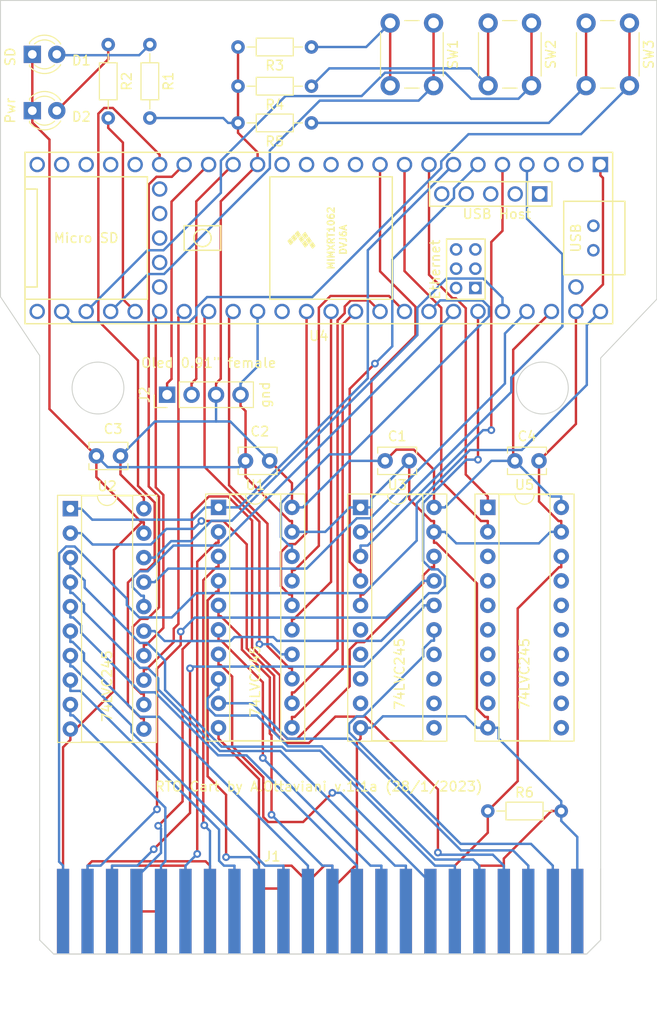
<source format=kicad_pcb>
(kicad_pcb (version 20211014) (generator pcbnew)
  (layers (0 "F.Cu" signal) (31 "B.Cu" signal) (34 "B.Paste" user) (35 "F.Paste" user) (36 "B.SilkS" user "B.Silkscreen") (37 "F.SilkS" user "F.Silkscreen") (38 "B.Mask" user) (39 "F.Mask" user) (44 "Edge.Cuts" user))
  (net 0 "")
  (net 1 "+5V")
  (net 2 "GND")
  (net 4 "~{msync'}")
  (net 6 "d7'")
  (net 8 "d8'")
  (net 9 "Net-(R5-Pad1)")
  (net 10 "d6'")
  (net 11 "~{MSYNC}")
  (net 12 "d9'")
  (net 13 "d5'")
  (net 15 "d10'")
  (net 17 "d4'")
  (net 19 "d11'")
  (net 20 "d3'")
  (net 21 "d12'")
  (net 22 "d13'")
  (net 23 "d2'")
  (net 24 "d14'")
  (net 26 "d1'")
  (net 27 "Net-(J1-Pad32)")
  (net 28 "d0'")
  (net 29 "Net-(J1-Pad34)")
  (net 30 "d15'")
  (net 31 "Net-(J1-Pad36)")
  (net 32 "bdir'")
  (net 33 "bc2'")
  (net 34 "bc1'")
  (net 35 "DIR")
  (net 36 "D7")
  (net 37 "D6")
  (net 38 "D5")
  (net 39 "D4")
  (net 40 "D3")
  (net 41 "D2")
  (net 42 "D1")
  (net 43 "D0")
  (net 44 "D15")
  (net 46 "D14")
  (net 49 "D13")
  (net 50 "D12")
  (net 51 "D11")
  (net 52 "D10")
  (net 53 "D9")
  (net 54 "D8")
  (net 55 "BDIR")
  (net 56 "BC1")
  (net 57 "BC2")
  (net 58 "+3.3V")
  (net 59 "rst'")
  (net 67 "SDA")
  (net 68 "Net-(R4-Pad1)")
  (net 69 "SCL")
  (net 70 "Net-(R3-Pad1)")
  (net 71 "BT3")
  (net 72 "DIR2")
  (net 84 "RST")
  (net 104 "Net-(D1-Pad2)")
  (net 105 "Net-(D2-Pad2)")
  (net 106 "Status")
  (net 107 "BT1")
  (net 108 "BT2")
  (footprint "Resistor_THT:R_Axial_DIN0204_L3.6mm_D1.6mm_P7.62mm_Horizontal" (layer "F.Cu") (at 117.094 106.172 180)
    (fp_text reference "R5")
    (fp_text value "1K")
  )
  (footprint "Resistor_THT:R_Axial_DIN0204_L3.6mm_D1.6mm_P7.62mm_Horizontal" (layer "F.Cu") (at 100.33 98.044 -90)
    (fp_text reference "R1")
    (fp_text value "R220")
  )
  (footprint "Teensy:Teensy41" (layer "F.Cu") (at 117.856 118.11 180)
    (fp_text reference "U4")
    (fp_text value "Teensy4.1")
  )
  (footprint "LED_THT:LED_D3.0mm" (layer "F.Cu") (at 88.138 104.902)
    (fp_text reference "D2")
    (fp_text value "LED")
  )
  (footprint "Button_Switch_THT:SW_PUSH_6mm" (layer "F.Cu") (at 129.758 95.81 -90)
    (fp_text reference "SW1")
    (fp_text value "SW_Push")
  )
  (footprint "Resistor_THT:R_Axial_DIN0204_L3.6mm_D1.6mm_P7.62mm_Horizontal" (layer "F.Cu") (at 117.094 98.298 180)
    (fp_text reference "R3")
    (fp_text value "1K")
  )
  (footprint "Button_Switch_THT:SW_PUSH_6mm" (layer "F.Cu") (at 150.078 95.81 -90)
    (fp_text reference "SW3")
    (fp_text value "SW_Push")
  )
  (footprint "Button_Switch_THT:SW_PUSH_6mm" (layer "F.Cu") (at 139.918 95.81 -90)
    (fp_text reference "SW2")
    (fp_text value "SW_Push")
  )
  (footprint "Connector_PinHeader_2.54mm:PinHeader_1x04_P2.54mm_Vertical" (layer "F.Cu") (at 102.118 134.366 90)
    (fp_text reference "J2")
    (fp_text value "Oled 0.91\" female")
  )
  (footprint "Resistor_THT:R_Axial_DIN0204_L3.6mm_D1.6mm_P7.62mm_Horizontal" (layer "F.Cu") (at 96.012 98.044 -90)
    (fp_text reference "R2")
    (fp_text value "R220")
  )
  (footprint "Capacitor_THT:C_Disc_D3.8mm_W2.6mm_P2.50mm" (layer "F.Cu") (at 138.196 141.224)
    (fp_text reference "C4")
    (fp_text value "100nF")
  )
  (footprint "Capacitor_THT:C_Disc_D3.8mm_W2.6mm_P2.50mm" (layer "F.Cu") (at 112.756 141.224 180)
    (fp_text reference "C2")
    (fp_text value "100nF")
  )
  (footprint "Capacitor_THT:C_Disc_D3.8mm_W2.6mm_P2.50mm" (layer "F.Cu") (at 97.282 140.716 180)
    (fp_text reference "C3")
    (fp_text value "100nF")
  )
  (footprint "Package_DIP:DIP-20_W7.62mm_Socket" (layer "F.Cu") (at 122.184 146.055)
    (fp_text reference "U3")
    (fp_text value "74LVC245")
  )
  (footprint "Package_DIP:DIP-20_W7.62mm_Socket" (layer "F.Cu") (at 92.085 146.182)
    (fp_text reference "U2")
    (fp_text value "74LVC245")
  )
  (footprint "Package_DIP:DIP-20_W7.62mm_Socket" (layer "F.Cu") (at 135.382 146.05)
    (fp_text reference "U5")
    (fp_text value "74LVC245")
  )
  (footprint "Package_DIP:DIP-20_W7.62mm_Socket" (layer "F.Cu") (at 107.452 146.05)
    (fp_text reference "U1")
    (fp_text value "74LVC245")
  )
  (footprint "Resistor_THT:R_Axial_DIN0204_L3.6mm_D1.6mm_P7.62mm_Horizontal" (layer "F.Cu") (at 117.094 102.362 180)
    (fp_text reference "R4")
    (fp_text value "1K")
  )
  (footprint "Capacitor_THT:C_Disc_D3.8mm_W2.6mm_P2.50mm" (layer "F.Cu") (at 124.734 141.224)
    (fp_text reference "C1")
    (fp_text value "100nF")
  )
  (footprint "Evan's misc parts:edge mounted 44 pin card edge connector (2x22 pin)" (layer "F.Cu") (at 88.9 183.54)
    (fp_text reference "J1")
    (fp_text value "2x22 card edge connector")
    (fp_line (start 0 7.39) (end 0 0) (layer "Edge.Cuts") (width 0.12))
    (fp_line (start 0 7.39) (end 1.45 8.84) (layer "Edge.Cuts") (width 0.12))
    (fp_line (start 56.7414 8.84) (end 1.45 8.84) (layer "Edge.Cuts") (width 0.12))
    (fp_line (start 58.1914 7.39) (end 58.1914 0) (layer "Edge.Cuts") (width 0.12))
    (fp_line (start 58.1914 7.39) (end 56.7414 8.84) (layer "Edge.Cuts") (width 0.12))
  )
  (footprint "Resistor_THT:R_Axial_DIN0204_L3.6mm_D1.6mm_P7.62mm_Horizontal" (layer "F.Cu") (at 135.382 177.546)
    (fp_text reference "R6")
    (fp_text value "4K7")
  )
  (footprint "LED_THT:LED_D3.0mm" (layer "F.Cu") (at 88.138 99.06)
    (fp_text reference "D1")
    (fp_text value "LED")
  )
  (gr_line (start 147.0914 183.134) (end 147.0914 130.556) (layer "Edge.Cuts") (width 0.1))
  (gr_circle (center 94.94866 133.67) (end 97.63696 133.67) (layer "Edge.Cuts") (width 0.1) (fill none))
  (gr_line (start 84.836 93.472) (end 84.836 124.206) (layer "Edge.Cuts") (width 0.1))
  (gr_circle (center 141.04274 133.67) (end 143.73104 133.67) (layer "Edge.Cuts") (width 0.1) (fill none))
  (gr_line (start 88.9 183.54) (end 88.9 130.302) (layer "Edge.Cuts") (width 0.1))
  (gr_line (start 147.0914 183.54) (end 147.0914 183.134) (layer "Edge.Cuts") (width 0.1))
  (gr_line (start 147.0914 130.556) (end 152.908 124.46) (layer "Edge.Cuts") (width 0.1))
  (gr_line (start 152.908 93.472) (end 84.836 93.472) (layer "Edge.Cuts") (width 0.1))
  (gr_line (start 152.908 124.46) (end 152.908 93.472) (layer "Edge.Cuts") (width 0.1))
  (gr_line (start 84.836 124.206) (end 88.9 130.302) (layer "Edge.Cuts") (width 0.1))
  (gr_text "gnd" (at 112.268 134.366 90) (layer "F.SilkS") (effects (font (size 1 1))))
  (gr_text "SD" (at 85.852 99.314 90) (layer "F.SilkS") (effects (font (size 1 1))))
  (gr_text "RTO Cart by A.Ottaviani v.1.1a (28/1/2023)" (at 117.856 175.006) (layer "F.SilkS") (effects (font (size 1 1))))
  (gr_text "Pwr" (at 85.852 104.902 90) (layer "F.SilkS") (effects (font (size 1 1))))
  (segment (start 128.0071 145.6226) (end 128.0071 149.4996) (width 0.25) (layer "B.Cu") (net 1))
  (segment (start 128.0071 149.4996) (end 122.5617 154.945) (width 0.25) (layer "B.Cu") (net 1))
  (segment (start 90.9158 150.8313) (end 90.9158 182.805) (width 0.25) (layer "B.Cu") (net 1))
  (segment (start 91.6413 150.1058) (end 90.9158 150.8313) (width 0.25) (layer "B.Cu") (net 1))
  (segment (start 147.066 125.73) (end 145.6512 127.1448) (width 0.25) (layer "B.Cu") (net 1))
  (segment (start 105.1225 154.945) (end 102.6003 157.4672) (width 0.25) (layer "B.Cu") (net 1))
  (segment (start 133.5309 140.0988) (end 128.0071 145.6226) (width 0.25) (layer "B.Cu") (net 1))
  (segment (start 138.9047 140.0988) (end 133.5309 140.0988) (width 0.25) (layer "B.Cu") (net 1))
  (segment (start 97.9434 155.5178) (end 92.5314 150.1058) (width 0.25) (layer "B.Cu") (net 1))
  (segment (start 92.5314 150.1058) (end 91.6413 150.1058) (width 0.25) (layer "B.Cu") (net 1))
  (segment (start 102.6003 157.4672) (end 99.2321 157.4672) (width 0.25) (layer "B.Cu") (net 1))
  (segment (start 145.6512 133.3523) (end 138.9047 140.0988) (width 0.25) (layer "B.Cu") (net 1))
  (segment (start 91.3257 187.96) (end 91.3257 183.2149) (width 0.25) (layer "B.Cu") (net 1))
  (segment (start 90.9158 182.805) (end 91.3257 183.2149) (width 0.25) (layer "B.Cu") (net 1))
  (segment (start 145.6512 127.1448) (end 145.6512 133.3523) (width 0.25) (layer "B.Cu") (net 1))
  (segment (start 122.5617 154.945) (end 105.1225 154.945) (width 0.25) (layer "B.Cu") (net 1))
  (segment (start 99.2321 157.4672) (end 97.9434 156.1785) (width 0.25) (layer "B.Cu") (net 1))
  (segment (start 97.9434 156.1785) (end 97.9434 155.5178) (width 0.25) (layer "B.Cu") (net 1))
  (segment (start 88.138 104.902) (end 88.138 106.1271) (width 0.25) (layer "F.Cu") (net 2))
  (segment (start 143.002 148.59) (end 143.002 147.4649) (width 0.25) (layer "F.Cu") (net 2))
  (segment (start 110.256 141.224) (end 110.256 136.0591) (width 0.25) (layer "F.Cu") (net 2))
  (segment (start 116.7257 184.9148) (end 115.0258 183.2149) (width 0.25) (layer "F.Cu") (net 2))
  (segment (start 127.234 145.1812) (end 127.234 141.224) (width 0.25) (layer "F.Cu") (net 2))
  (segment (start 91.3257 187.96) (end 91.3257 170.9264) (width 0.25) (layer "F.Cu") (net 2))
  (segment (start 118.4256 183.2149) (end 119.2657 183.2149) (width 0.25) (layer "F.Cu") (net 2))
  (segment (start 134.5057 187.96) (end 134.5057 183.2149) (width 0.25) (layer "F.Cu") (net 2))
  (segment (start 111.6457 187.96) (end 111.6457 185.5874) (width 0.25) (layer "F.Cu") (net 2))
  (segment (start 134.5057 183.2149) (end 137.0457 183.2149) (width 0.25) (layer "F.Cu") (net 2))
  (segment (start 116.7257 185.5874) (end 116.7257 184.9148) (width 0.25) (layer "F.Cu") (net 2))
  (segment (start 144.526 125.73) (end 147.3296 122.9264) (width 0.25) (layer "F.Cu") (net 2))
  (segment (start 114.1857 185.5874) (end 114.1857 183.2149) (width 0.25) (layer "F.Cu") (net 2))
  (segment (start 99.4718 147.5969) (end 99.705 147.5969) (width 0.25) (layer "F.Cu") (net 2))
  (segment (start 109.738 134.366) (end 109.738 135.5411) (width 0.25) (layer "F.Cu") (net 2))
  (segment (start 119.2657 185.5874) (end 119.2657 183.2149) (width 0.25) (layer "F.Cu") (net 2))
  (segment (start 121.8057 183.3274) (end 121.8057 170.4184) (width 0.25) (layer "F.Cu") (net 2))
  (segment (start 147.3296 122.9264) (end 147.3296 111.8787) (width 0.25) (layer "F.Cu") (net 2))
  (segment (start 94.782 142.9071) (end 99.4718 147.5969) (width 0.25) (layer "F.Cu") (net 2))
  (segment (start 92.085 169.6045) (end 92.085 170.1671) (width 0.25) (layer "F.Cu") (net 2))
  (segment (start 96.6072 165.0823) (end 96.6072 150.4615) (width 0.25) (layer "F.Cu") (net 2))
  (segment (start 115.0258 183.2149) (end 114.1857 183.2149) (width 0.25) (layer "F.Cu") (net 2))
  (segment (start 94.782 140.716) (end 94.782 142.9071) (width 0.25) (layer "F.Cu") (net 2))
  (segment (start 92.085 169.6045) (end 96.6072 165.0823) (width 0.25) (layer "F.Cu") (net 2))
  (segment (start 92.085 169.042) (end 92.085 169.6045) (width 0.25) (layer "F.Cu") (net 2))
  (segment (start 99.705 148.722) (end 99.705 147.5969) (width 0.25) (layer "F.Cu") (net 2))
  (segment (start 137.0457 182.4772) (end 141.9769 177.546) (width 0.25) (layer "F.Cu") (net 2))
  (segment (start 111.6457 185.5874) (end 114.1857 185.5874) (width 0.25) (layer "F.Cu") (net 2))
  (segment (start 116.7257 187.96) (end 116.7257 186.7737) (width 0.25) (layer "F.Cu") (net 2))
  (segment (start 111.6457 174.2288) (end 111.6457 183.2149) (width 0.25) (layer "F.Cu") (net 2))
  (segment (start 89.916 135.85) (end 94.782 140.716) (width 0.25) (layer "F.Cu") (net 2))
  (segment (start 122.184 168.915) (end 122.184 170.0401) (width 0.25) (layer "F.Cu") (net 2))
  (segment (start 107.452 168.91) (end 107.452 170.0351) (width 0.25) (layer "F.Cu") (net 2))
  (segment (start 134.2569 153.9399) (end 130.0371 149.7201) (width 0.25) (layer "F.Cu") (net 2))
  (segment (start 96.6072 150.4615) (end 99.4718 147.5969) (width 0.25) (layer "F.Cu") (net 2))
  (segment (start 114.8388 147.4649) (end 110.256 142.8821) (width 0.25) (layer "F.Cu") (net 2))
  (segment (start 142.7207 147.4649) (end 140.696 145.4402) (width 0.25) (layer "F.Cu") (net 2))
  (segment (start 137.0457 187.96) (end 137.0457 183.3274) (width 0.25) (layer "F.Cu") (net 2))
  (segment (start 107.452 170.0351) (end 111.6457 174.2288) (width 0.25) (layer "F.Cu") (net 2))
  (segment (start 129.804 147.4699) (end 129.5227 147.4699) (width 0.25) (layer "F.Cu") (net 2))
  (segment (start 116.7257 185.5874) (end 116.7257 184.9148) (width 0.25) (layer "F.Cu") (net 2))
  (segment (start 130.0371 149.7201) (end 129.804 149.7201) (width 0.25) (layer "F.Cu") (net 2))
  (segment (start 134.2569 166.9412) (end 134.2569 153.9399) (width 0.25) (layer "F.Cu") (net 2))
  (segment (start 129.804 148.595) (end 129.804 147.4699) (width 0.25) (layer "F.Cu") (net 2))
  (segment (start 135.1006 167.7849) (end 134.2569 166.9412) (width 0.25) (layer "F.Cu") (net 2))
  (segment (start 135.382 167.7849) (end 135.1006 167.7849) (width 0.25) (layer "F.Cu") (net 2))
  (segment (start 137.0457 183.2149) (end 137.0457 182.4772) (width 0.25) (layer "F.Cu") (net 2))
  (segment (start 143.002 177.546) (end 141.9769 177.546) (width 0.25) (layer "F.Cu") (net 2))
  (segment (start 119.2657 187.96) (end 119.2657 185.5874) (width 0.25) (layer "F.Cu") (net 2))
  (segment (start 143.002 147.4649) (end 142.7207 147.4649) (width 0.25) (layer "F.Cu") (net 2))
  (segment (start 114.1857 187.96) (end 114.1857 185.5874) (width 0.25) (layer "F.Cu") (net 2))
  (segment (start 121.8057 170.4184) (end 122.184 170.0401) (width 0.25) (layer "F.Cu") (net 2))
  (segment (start 110.256 142.8821) (end 110.256 141.224) (width 0.25) (layer "F.Cu") (net 2))
  (segment (start 116.7257 186.7737) (end 116.7257 185.5874) (width 0.25) (layer "F.Cu") (net 2))
  (segment (start 115.072 147.4649) (end 114.8388 147.4649) (width 0.25) (layer "F.Cu") (net 2))
  (segment (start 121.8057 187.96) (end 121.8057 183.3274) (width 0.25) (layer "F.Cu") (net 2))
  (segment (start 115.072 148.59) (end 115.072 147.4649) (width 0.25) (layer "F.Cu") (net 2))
  (segment (start 89.916 107.9051) (end 89.916 135.85) (width 0.25) (layer "F.Cu") (net 2))
  (segment (start 144.526 137.394) (end 144.526 125.73) (width 0.25) (layer "F.Cu") (net 2))
  (segment (start 140.696 141.224) (end 144.526 137.394) (width 0.25) (layer "F.Cu") (net 2))
  (segment (start 121.5257 183.3274) (end 121.8057 183.3274) (width 0.25) (layer "F.Cu") (net 2))
  (segment (start 119.2657 185.5874) (end 121.5257 183.3274) (width 0.25) (layer "F.Cu") (net 2))
  (segment (start 110.256 136.0591) (end 109.738 135.5411) (width 0.25) (layer "F.Cu") (net 2))
  (segment (start 135.382 168.91) (end 135.382 167.7849) (width 0.25) (layer "F.Cu") (net 2))
  (segment (start 137.0457 183.3274) (end 137.0457 183.2149) (width 0.25) (layer "F.Cu") (net 2))
  (segment (start 147.3296 111.8787) (end 147.066 111.6151) (width 0.25) (layer "F.Cu") (net 2))
  (segment (start 88.138 99.06) (end 88.138 104.902) (width 0.25) (layer "F.Cu") (net 2))
  (segment (start 88.138 106.1271) (end 89.916 107.9051) (width 0.25) (layer "F.Cu") (net 2))
  (segment (start 91.3257 170.9264) (end 92.085 170.1671) (width 0.25) (layer "F.Cu") (net 2))
  (segment (start 129.5227 147.4699) (end 127.234 145.1812) (width 0.25) (layer "F.Cu") (net 2))
  (segment (start 129.804 148.595) (end 129.804 149.7201) (width 0.25) (layer "F.Cu") (net 2))
  (segment (start 147.066 110.49) (end 147.066 111.6151) (width 0.25) (layer "F.Cu") (net 2))
  (segment (start 140.696 145.4402) (end 140.696 141.224) (width 0.25) (layer "F.Cu") (net 2))
  (segment (start 116.7257 184.9148) (end 118.4256 183.2149) (width 0.25) (layer "F.Cu") (net 2))
  (segment (start 111.6457 185.5874) (end 111.6457 183.2149) (width 0.25) (layer "F.Cu") (net 2))
  (segment (start 109.5997 141.8803) (end 110.256 141.224) (width 0.25) (layer "B.Cu") (net 2))
  (segment (start 123.3091 145.1489) (end 123.3091 146.055) (width 0.25) (layer "B.Cu") (net 2))
  (segment (start 94.782 140.716) (end 95.9463 141.8803) (width 0.25) (layer "B.Cu") (net 2))
  (segment (start 140.686 149.7809) (end 141.8769 148.59) (width 0.25) (layer "B.Cu") (net 2))
  (segment (start 135.9446 168.91) (end 136.5071 168.91) (width 0.25) (layer "B.Cu") (net 2))
  (segment (start 122.184 146.055) (end 123.3091 146.055) (width 0.25) (layer "B.Cu") (net 2))
  (segment (start 132.115 149.7809) (end 140.686 149.7809) (width 0.25) (layer "B.Cu") (net 2))
  (segment (start 143.002 177.546) (end 143.002 176.5209) (width 0.25) (layer "B.Cu") (net 2))
  (segment (start 134.2569 168.91) (end 133.071 167.7241) (width 0.25) (layer "B.Cu") (net 2))
  (segment (start 109.738 134.366) (end 109.738 133.1909) (width 0.25) (layer "B.Cu") (net 2))
  (segment (start 133.071 167.7241) (end 124.5 167.7241) (width 0.25) (layer "B.Cu") (net 2))
  (segment (start 143.002 177.546) (end 143.002 178.5711) (width 0.25) (layer "B.Cu") (net 2))
  (segment (start 136.5071 170.026) (end 136.5071 168.91) (width 0.25) (layer "B.Cu") (net 2))
  (segment (start 144.6657 180.2348) (end 143.002 178.5711) (width 0.25) (layer "B.Cu") (net 2))
  (segment (start 129.804 148.595) (end 130.9291 148.595) (width 0.25) (layer "B.Cu") (net 2))
  (segment (start 143.002 148.59) (end 141.8769 148.59) (width 0.25) (layer "B.Cu") (net 2))
  (segment (start 109.738 133.1909) (end 111.506 131.4229) (width 0.25) (layer "B.Cu") (net 2))
  (segment (start 127.234 141.224) (end 123.3091 145.1489) (width 0.25) (layer "B.Cu") (net 2))
  (segment (start 121.0589 146.055) (end 118.5239 148.59) (width 0.25) (layer "B.Cu") (net 2))
  (segment (start 118.5239 148.59) (end 115.072 148.59) (width 0.25) (layer "B.Cu") (net 2))
  (segment (start 122.184 168.915) (end 123.3091 168.915) (width 0.25) (layer "B.Cu") (net 2))
  (segment (start 130.9291 148.595) (end 132.115 149.7809) (width 0.25) (layer "B.Cu") (net 2))
  (segment (start 143.002 176.5209) (end 136.5071 170.026) (width 0.25) (layer "B.Cu") (net 2))
  (segment (start 124.5 167.7241) (end 123.3091 168.915) (width 0.25) (layer "B.Cu") (net 2))
  (segment (start 111.506 131.4229) (end 111.506 125.73) (width 0.25) (layer "B.Cu") (net 2))
  (segment (start 144.6657 187.96) (end 144.6657 180.2348) (width 0.25) (layer "B.Cu") (net 2))
  (segment (start 122.184 146.055) (end 121.0589 146.055) (width 0.25) (layer "B.Cu") (net 2))
  (segment (start 135.9446 168.91) (end 135.382 168.91) (width 0.25) (layer "B.Cu") (net 2))
  (segment (start 135.382 168.91) (end 134.2569 168.91) (width 0.25) (layer "B.Cu") (net 2))
  (segment (start 95.9463 141.8803) (end 109.5997 141.8803) (width 0.25) (layer "B.Cu") (net 2))
  (segment (start 142.1257 183.2149) (end 139.8641 180.9533) (width 0.25) (layer "B.Cu") (net 4))
  (segment (start 128.6789 161.5257) (end 128.6789 160.7238) (width 0.25) (layer "B.Cu") (net 4))
  (segment (start 120.994 169.3766) (end 120.994 168.5043) (width 0.25) (layer "B.Cu") (net 4))
  (segment (start 132.5707 180.9533) (end 120.994 169.3766) (width 0.25) (layer "B.Cu") (net 4))
  (segment (start 128.6789 160.7238) (end 129.5226 159.8801) (width 0.25) (layer "B.Cu") (net 4))
  (segment (start 129.804 158.755) (end 129.804 159.8801) (width 0.25) (layer "B.Cu") (net 4))
  (segment (start 142.1257 187.96) (end 142.1257 183.2149) (width 0.25) (layer "B.Cu") (net 4))
  (segment (start 122.4803 167.7243) (end 128.6789 161.5257) (width 0.25) (layer "B.Cu") (net 4))
  (segment (start 121.774 167.7243) (end 122.4803 167.7243) (width 0.25) (layer "B.Cu") (net 4))
  (segment (start 129.5226 159.8801) (end 129.804 159.8801) (width 0.25) (layer "B.Cu") (net 4))
  (segment (start 139.8641 180.9533) (end 132.5707 180.9533) (width 0.25) (layer "B.Cu") (net 4))
  (segment (start 120.994 168.5043) (end 121.774 167.7243) (width 0.25) (layer "B.Cu") (net 4))
  (segment (start 139.5857 187.96) (end 139.5857 183.2149) (width 0.25) (layer "B.Cu") (net 6))
  (segment (start 137.9993 181.6285) (end 132.6093 181.6285) (width 0.25) (layer "B.Cu") (net 6))
  (segment (start 121.0216 170.0408) (end 114.6116 170.0408) (width 0.25) (layer "B.Cu") (net 6))
  (segment (start 139.5857 183.2149) (end 137.9993 181.6285) (width 0.25) (layer "B.Cu") (net 6))
  (segment (start 132.6093 181.6285) (end 121.0216 170.0408) (width 0.25) (layer "B.Cu") (net 6))
  (segment (start 110.9408 166.37) (end 107.452 166.37) (width 0.25) (layer "B.Cu") (net 6))
  (segment (start 114.6116 170.0408) (end 110.9408 166.37) (width 0.25) (layer "B.Cu") (net 6))
  (segment (start 113.2237 163.5103) (end 113.2237 169.3358) (width 0.25) (layer "F.Cu") (net 8))
  (segment (start 116.8347 170.4903) (end 119.5715 167.7535) (width 0.25) (layer "F.Cu") (net 8))
  (segment (start 110.3794 149.8819) (end 110.3794 160.666) (width 0.25) (layer "F.Cu") (net 8))
  (segment (start 122.6656 167.7535) (end 130.2099 175.2978) (width 0.25) (layer "F.Cu") (net 8))
  (segment (start 105.6712 147.4648) (end 107.9623 147.4648) (width 0.25) (layer "F.Cu") (net 8))
  (segment (start 110.3794 160.666) (end 113.2237 163.5103) (width 0.25) (layer "F.Cu") (net 8))
  (segment (start 130.2099 175.2978) (end 130.2099 181.8535) (width 0.25) (layer "F.Cu") (net 8))
  (segment (start 119.5715 167.7535) (end 122.6656 167.7535) (width 0.25) (layer "F.Cu") (net 8))
  (segment (start 107.9623 147.4648) (end 110.3794 149.8819) (width 0.25) (layer "F.Cu") (net 8))
  (segment (start 114.3782 170.4903) (end 116.8347 170.4903) (width 0.25) (layer "F.Cu") (net 8))
  (segment (start 113.2237 169.3358) (end 114.3782 170.4903) (width 0.25) (layer "F.Cu") (net 8))
  (via (at 130.2099 181.8535) (size 0.8) (drill 0.4) (layers "F.Cu" "B.Cu") (net 8))
  (via (at 105.6712 147.4648) (size 0.8) (drill 0.4) (layers "F.Cu" "B.Cu") (net 8))
  (segment (start 130.2099 181.8535) (end 130.435 182.0786) (width 0.25) (layer "B.Cu") (net 8))
  (segment (start 130.435 182.0786) (end 135.9094 182.0786) (width 0.25) (layer "B.Cu") (net 8))
  (segment (start 93.2101 148.722) (end 94.3911 149.903) (width 0.25) (layer "B.Cu") (net 8))
  (segment (start 137.0457 187.96) (end 137.0457 183.2149) (width 0.25) (layer "B.Cu") (net 8))
  (segment (start 135.9094 182.0786) (end 137.0457 183.2149) (width 0.25) (layer "B.Cu") (net 8))
  (segment (start 104.8548 148.2812) (end 105.6712 147.4648) (width 0.25) (layer "B.Cu") (net 8))
  (segment (start 100.4273 149.903) (end 102.0491 148.2812) (width 0.25) (layer "B.Cu") (net 8))
  (segment (start 94.3911 149.903) (end 100.4273 149.903) (width 0.25) (layer "B.Cu") (net 8))
  (segment (start 102.0491 148.2812) (end 104.8548 148.2812) (width 0.25) (layer "B.Cu") (net 8))
  (segment (start 92.085 148.722) (end 93.2101 148.722) (width 0.25) (layer "B.Cu") (net 8))
  (segment (start 145.578 102.31) (end 145.578 95.81) (width 0.25) (layer "F.Cu") (net 9))
  (segment (start 145.578 102.31) (end 141.716 106.172) (width 0.25) (layer "B.Cu") (net 9))
  (segment (start 141.716 106.172) (end 117.094 106.172) (width 0.25) (layer "B.Cu") (net 9))
  (segment (start 118.1678 170.8368) (end 129.9096 182.5786) (width 0.25) (layer "B.Cu") (net 10))
  (segment (start 106.3103 166.8206) (end 107.1297 167.64) (width 0.25) (layer "B.Cu") (net 10))
  (segment (start 114.6499 170.8368) (end 118.1678 170.8368) (width 0.25) (layer "B.Cu") (net 10))
  (segment (start 107.2188 164.9551) (end 106.3103 165.8636) (width 0.25) (layer "B.Cu") (net 10))
  (segment (start 107.1297 167.64) (end 111.4531 167.64) (width 0.25) (layer "B.Cu") (net 10))
  (segment (start 107.452 164.9551) (end 107.2188 164.9551) (width 0.25) (layer "B.Cu") (net 10))
  (segment (start 107.452 163.83) (end 107.452 164.9551) (width 0.25) (layer "B.Cu") (net 10))
  (segment (start 111.4531 167.64) (end 114.6499 170.8368) (width 0.25) (layer "B.Cu") (net 10))
  (segment (start 129.9096 182.5786) (end 133.8694 182.5786) (width 0.25) (layer "B.Cu") (net 10))
  (segment (start 134.5057 187.96) (end 134.5057 183.2149) (width 0.25) (layer "B.Cu") (net 10))
  (segment (start 133.8694 182.5786) (end 134.5057 183.2149) (width 0.25) (layer "B.Cu") (net 10))
  (segment (start 106.3103 165.8636) (end 106.3103 166.8206) (width 0.25) (layer "B.Cu") (net 10))
  (segment (start 123.3091 132.7877) (end 127.879 128.2178) (width 0.25) (layer "F.Cu") (net 11))
  (segment (start 122.4654 155.0899) (end 123.3091 154.2462) (width 0.25) (layer "F.Cu") (net 11))
  (segment (start 127.879 128.2178) (end 127.879 125.2357) (width 0.25) (layer "F.Cu") (net 11))
  (segment (start 122.184 155.0899) (end 122.4654 155.0899) (width 0.25) (layer "F.Cu") (net 11))
  (segment (start 127.879 125.2357) (end 124.206 121.5627) (width 0.25) (layer "F.Cu") (net 11))
  (segment (start 122.184 156.215) (end 122.184 155.0899) (width 0.25) (layer "F.Cu") (net 11))
  (segment (start 123.3091 154.2462) (end 123.3091 132.7877) (width 0.25) (layer "F.Cu") (net 11))
  (segment (start 124.206 121.5627) (end 124.206 110.49) (width 0.25) (layer "F.Cu") (net 11))
  (segment (start 131.9657 187.96) (end 131.9657 183.2149) (width 0.25) (layer "B.Cu") (net 12))
  (segment (start 93.5673 153.6363) (end 93.5673 154.3759) (width 0.25) (layer "B.Cu") (net 12))
  (segment (start 101.9078 161.9497) (end 101.9078 165.0026) (width 0.25) (layer "B.Cu") (net 12))
  (segment (start 99.3007 160.1093) (end 100.0674 160.1093) (width 0.25) (layer "B.Cu") (net 12))
  (segment (start 92.085 151.262) (end 92.085 152.3871) (width 0.25) (layer "B.Cu") (net 12))
  (segment (start 92.085 152.3871) (end 92.3181 152.3871) (width 0.25) (layer "B.Cu") (net 12))
  (segment (start 92.3181 152.3871) (end 93.5673 153.6363) (width 0.25) (layer "B.Cu") (net 12))
  (segment (start 93.5673 154.3759) (end 99.3007 160.1093) (width 0.25) (layer "B.Cu") (net 12))
  (segment (start 101.9078 165.0026) (end 107.7754 170.8702) (width 0.25) (layer "B.Cu") (net 12))
  (segment (start 100.0674 160.1093) (end 101.9078 161.9497) (width 0.25) (layer "B.Cu") (net 12))
  (segment (start 107.7754 170.8702) (end 114.0467 170.8702) (width 0.25) (layer "B.Cu") (net 12))
  (segment (start 129.9093 183.2149) (end 131.9657 183.2149) (width 0.25) (layer "B.Cu") (net 12))
  (segment (start 114.0467 170.8702) (end 114.4635 171.287) (width 0.25) (layer "B.Cu") (net 12))
  (segment (start 117.9814 171.287) (end 129.9093 183.2149) (width 0.25) (layer "B.Cu") (net 12))
  (segment (start 114.4635 171.287) (end 117.9814 171.287) (width 0.25) (layer "B.Cu") (net 12))
  (segment (start 116.2304 178.6862) (end 112.608 178.6862) (width 0.25) (layer "F.Cu") (net 13))
  (segment (start 119.2576 175.659) (end 116.2304 178.6862) (width 0.25) (layer "F.Cu") (net 13))
  (segment (start 112.608 178.6862) (end 112.0959 178.1741) (width 0.25) (layer "F.Cu") (net 13))
  (segment (start 108.8668 170.8132) (end 108.8668 163.5968) (width 0.25) (layer "F.Cu") (net 13))
  (segment (start 108.8668 163.5968) (end 107.6851 162.4151) (width 0.25) (layer "F.Cu") (net 13))
  (segment (start 112.0959 178.1741) (end 112.0959 174.0423) (width 0.25) (layer "F.Cu") (net 13))
  (segment (start 107.452 161.29) (end 107.452 162.4151) (width 0.25) (layer "F.Cu") (net 13))
  (segment (start 107.6851 162.4151) (end 107.452 162.4151) (width 0.25) (layer "F.Cu") (net 13))
  (segment (start 112.0959 174.0423) (end 108.8668 170.8132) (width 0.25) (layer "F.Cu") (net 13))
  (via (at 119.2576 175.659) (size 0.8) (drill 0.4) (layers "F.Cu" "B.Cu") (net 13))
  (segment (start 120.1142 175.659) (end 119.2576 175.659) (width 0.25) (layer "B.Cu") (net 13))
  (segment (start 129.4257 184.9705) (end 120.1142 175.659) (width 0.25) (layer "B.Cu") (net 13))
  (segment (start 129.4257 187.96) (end 129.4257 184.9705) (width 0.25) (layer "B.Cu") (net 13))
  (segment (start 125.7548 183.2149) (end 126.8857 183.2149) (width 0.25) (layer "B.Cu") (net 15))
  (segment (start 93.4998 156.8888) (end 99.303 162.692) (width 0.25) (layer "B.Cu") (net 15))
  (segment (start 99.303 162.692) (end 100.099 162.692) (width 0.25) (layer "B.Cu") (net 15))
  (segment (start 92.085 154.9271) (end 92.3181 154.9271) (width 0.25) (layer "B.Cu") (net 15))
  (segment (start 92.085 153.802) (end 92.085 154.9271) (width 0.25) (layer "B.Cu") (net 15))
  (segment (start 100.099 162.692) (end 101.203 163.796) (width 0.25) (layer "B.Cu") (net 15))
  (segment (start 92.3181 154.9271) (end 93.4998 156.1088) (width 0.25) (layer "B.Cu") (net 15))
  (segment (start 101.203 163.796) (end 101.203 164.9346) (width 0.25) (layer "B.Cu") (net 15))
  (segment (start 113.8602 171.3203) (end 125.7548 183.2149) (width 0.25) (layer "B.Cu") (net 15))
  (segment (start 107.5887 171.3203) (end 113.8602 171.3203) (width 0.25) (layer "B.Cu") (net 15))
  (segment (start 93.4998 156.1088) (end 93.4998 156.8888) (width 0.25) (layer "B.Cu") (net 15))
  (segment (start 126.8857 187.96) (end 126.8857 183.2149) (width 0.25) (layer "B.Cu") (net 15))
  (segment (start 101.203 164.9346) (end 107.5887 171.3203) (width 0.25) (layer "B.Cu") (net 15))
  (segment (start 112.0503 164.1921) (end 112.0503 172.0455) (width 0.25) (layer "F.Cu") (net 17))
  (segment (start 107.452 158.75) (end 107.452 159.8751) (width 0.25) (layer "F.Cu") (net 17))
  (segment (start 107.452 159.8751) (end 107.7333 159.8751) (width 0.25) (layer "F.Cu") (net 17))
  (segment (start 107.7333 159.8751) (end 112.0503 164.1921) (width 0.25) (layer "F.Cu") (net 17))
  (via (at 112.0503 172.0455) (size 0.8) (drill 0.4) (layers "F.Cu" "B.Cu") (net 17))
  (segment (start 123.2197 183.2149) (end 112.0503 172.0455) (width 0.25) (layer "B.Cu") (net 17))
  (segment (start 124.3457 183.2149) (end 123.2197 183.2149) (width 0.25) (layer "B.Cu") (net 17))
  (segment (start 124.3457 187.96) (end 124.3457 183.2149) (width 0.25) (layer "B.Cu") (net 17))
  (segment (start 99.3815 165.232) (end 100.8637 165.232) (width 0.25) (layer "B.Cu") (net 19))
  (segment (start 92.085 157.4671) (end 92.3664 157.4671) (width 0.25) (layer "B.Cu") (net 19))
  (segment (start 110.3612 171.7704) (end 121.8057 183.2149) (width 0.25) (layer "B.Cu") (net 19))
  (segment (start 92.085 156.342) (end 92.085 157.4671) (width 0.25) (layer "B.Cu") (net 19))
  (segment (start 121.8057 187.96) (end 121.8057 183.2149) (width 0.25) (layer "B.Cu") (net 19))
  (segment (start 92.3664 157.4671) (end 93.2101 158.3108) (width 0.25) (layer "B.Cu") (net 19))
  (segment (start 107.4021 171.7704) (end 110.3612 171.7704) (width 0.25) (layer "B.Cu") (net 19))
  (segment (start 93.2101 159.0606) (end 99.3815 165.232) (width 0.25) (layer "B.Cu") (net 19))
  (segment (start 100.8637 165.232) (end 107.4021 171.7704) (width 0.25) (layer "B.Cu") (net 19))
  (segment (start 93.2101 158.3108) (end 93.2101 159.0606) (width 0.25) (layer "B.Cu") (net 19))
  (segment (start 112.7736 169.5223) (end 112.9505 169.6992) (width 0.25) (layer "F.Cu") (net 20))
  (segment (start 112.9505 169.6992) (end 112.9505 177.9371) (width 0.25) (layer "F.Cu") (net 20))
  (segment (start 112.7736 163.6968) (end 112.7736 169.5223) (width 0.25) (layer "F.Cu") (net 20))
  (segment (start 107.452 157.3351) (end 107.6851 157.3351) (width 0.25) (layer "F.Cu") (net 20))
  (segment (start 109.8765 160.7997) (end 112.7736 163.6968) (width 0.25) (layer "F.Cu") (net 20))
  (segment (start 107.452 156.21) (end 107.452 157.3351) (width 0.25) (layer "F.Cu") (net 20))
  (segment (start 109.8765 159.5265) (end 109.8765 160.7997) (width 0.25) (layer "F.Cu") (net 20))
  (segment (start 107.6851 157.3351) (end 109.8765 159.5265) (width 0.25) (layer "F.Cu") (net 20))
  (via (at 112.9505 177.9371) (size 0.8) (drill 0.4) (layers "F.Cu" "B.Cu") (net 20))
  (segment (start 119.2657 187.96) (end 119.2657 183.2149) (width 0.25) (layer "B.Cu") (net 20))
  (segment (start 118.2283 183.2149) (end 112.9505 177.9371) (width 0.25) (layer "B.Cu") (net 20))
  (segment (start 119.2657 183.2149) (end 118.2283 183.2149) (width 0.25) (layer "B.Cu") (net 20))
  (segment (start 93.4998 161.1888) (end 92.3181 160.0071) (width 0.25) (layer "B.Cu") (net 21))
  (segment (start 93.4998 161.9688) (end 93.4998 161.1888) (width 0.25) (layer "B.Cu") (net 21))
  (segment (start 101.2828 167.772) (end 99.303 167.772) (width 0.25) (layer "B.Cu") (net 21))
  (segment (start 92.3181 160.0071) (end 92.085 160.0071) (width 0.25) (layer "B.Cu") (net 21))
  (segment (start 116.7257 187.96) (end 116.7257 183.2149) (width 0.25) (layer "B.Cu") (net 21))
  (segment (start 92.085 158.882) (end 92.085 160.0071) (width 0.25) (layer "B.Cu") (net 21))
  (segment (start 116.7257 183.2149) (end 101.2828 167.772) (width 0.25) (layer "B.Cu") (net 21))
  (segment (start 99.303 167.772) (end 93.4998 161.9688) (width 0.25) (layer "B.Cu") (net 21))
  (segment (start 114.1857 183.2149) (end 112.2863 183.2149) (width 0.25) (layer "B.Cu") (net 22))
  (segment (start 112.2863 183.2149) (end 98.435 169.3636) (width 0.25) (layer "B.Cu") (net 22))
  (segment (start 114.1857 187.96) (end 114.1857 183.2149) (width 0.25) (layer "B.Cu") (net 22))
  (segment (start 98.435 168.664) (end 92.3181 162.5471) (width 0.25) (layer "B.Cu") (net 22))
  (segment (start 92.085 161.422) (end 92.085 162.5471) (width 0.25) (layer "B.Cu") (net 22))
  (segment (start 98.435 169.3636) (end 98.435 168.664) (width 0.25) (layer "B.Cu") (net 22))
  (segment (start 92.3181 162.5471) (end 92.085 162.5471) (width 0.25) (layer "B.Cu") (net 22))
  (segment (start 106.3225 173.9462) (end 106.3225 155.6914) (width 0.25) (layer "F.Cu") (net 23))
  (segment (start 108.2371 175.8608) (end 106.3225 173.9462) (width 0.25) (layer "F.Cu") (net 23))
  (segment (start 107.2188 154.7951) (end 107.452 154.7951) (width 0.25) (layer "F.Cu") (net 23))
  (segment (start 108.2371 182.3284) (end 108.2371 175.8608) (width 0.25) (layer "F.Cu") (net 23))
  (segment (start 107.452 153.67) (end 107.452 154.7951) (width 0.25) (layer "F.Cu") (net 23))
  (segment (start 106.3225 155.6914) (end 107.2188 154.7951) (width 0.25) (layer "F.Cu") (net 23))
  (via (at 108.2371 182.3284) (size 0.8) (drill 0.4) (layers "F.Cu" "B.Cu") (net 23))
  (segment (start 111.6457 183.2149) (end 110.7592 182.3284) (width 0.25) (layer "B.Cu") (net 23))
  (segment (start 111.6457 187.96) (end 111.6457 183.2149) (width 0.25) (layer "B.Cu") (net 23))
  (segment (start 110.7592 182.3284) (end 108.2371 182.3284) (width 0.25) (layer "B.Cu") (net 23))
  (segment (start 107.512 182.7107) (end 107.512 179.4714) (width 0.25) (layer "B.Cu") (net 24))
  (segment (start 107.512 179.4714) (end 93.1277 165.0871) (width 0.25) (layer "B.Cu") (net 24))
  (segment (start 92.085 163.962) (end 92.085 165.0871) (width 0.25) (layer "B.Cu") (net 24))
  (segment (start 108.0162 183.2149) (end 107.512 182.7107) (width 0.25) (layer "B.Cu") (net 24))
  (segment (start 109.1057 187.96) (end 109.1057 183.2149) (width 0.25) (layer "B.Cu") (net 24))
  (segment (start 93.1277 165.0871) (end 92.085 165.0871) (width 0.25) (layer "B.Cu") (net 24))
  (segment (start 109.1057 183.2149) (end 108.0162 183.2149) (width 0.25) (layer "B.Cu") (net 24))
  (segment (start 105.8723 178.9228) (end 105.8723 153.6016) (width 0.25) (layer "F.Cu") (net 26))
  (segment (start 105.9752 179.0257) (end 105.8723 178.9228) (width 0.25) (layer "F.Cu") (net 26))
  (segment (start 107.452 151.13) (end 107.452 152.2551) (width 0.25) (layer "F.Cu") (net 26))
  (segment (start 105.8723 153.6016) (end 107.2188 152.2551) (width 0.25) (layer "F.Cu") (net 26))
  (segment (start 107.2188 152.2551) (end 107.452 152.2551) (width 0.25) (layer "F.Cu") (net 26))
  (via (at 105.9752 179.0257) (size 0.8) (drill 0.4) (layers "F.Cu" "B.Cu") (net 26))
  (segment (start 106.5657 187.96) (end 106.5657 179.6162) (width 0.25) (layer "B.Cu") (net 26))
  (segment (start 106.5657 179.6162) (end 105.9752 179.0257) (width 0.25) (layer "B.Cu") (net 26))
  (segment (start 106.5657 183.2149) (end 106.1124 182.7616) (width 0.25) (layer "F.Cu") (net 27))
  (segment (start 106.5657 187.96) (end 106.5657 183.2149) (width 0.25) (layer "F.Cu") (net 27))
  (segment (start 106.1124 182.7616) (end 94.319 182.7616) (width 0.25) (layer "F.Cu") (net 27))
  (segment (start 93.8657 187.96) (end 93.8657 183.2149) (width 0.25) (layer "F.Cu") (net 27))
  (segment (start 94.319 182.7616) (end 93.8657 183.2149) (width 0.25) (layer "F.Cu") (net 27))
  (segment (start 107.452 149.7151) (end 107.2188 149.7151) (width 0.25) (layer "F.Cu") (net 28))
  (segment (start 107.452 148.59) (end 107.452 149.7151) (width 0.25) (layer "F.Cu") (net 28))
  (segment (start 105.2435 151.6904) (end 105.2435 181.9971) (width 0.25) (layer "F.Cu") (net 28))
  (segment (start 107.2188 149.7151) (end 105.2435 151.6904) (width 0.25) (layer "F.Cu") (net 28))
  (via (at 105.2435 181.9971) (size 0.8) (drill 0.4) (layers "F.Cu" "B.Cu") (net 28))
  (segment (start 104.0257 187.96) (end 104.0257 183.2149) (width 0.25) (layer "B.Cu") (net 28))
  (segment (start 104.0257 183.2149) (end 105.2435 181.9971) (width 0.25) (layer "B.Cu") (net 28))
  (segment (start 104.0257 183.2149) (end 96.4057 183.2149) (width 0.25) (layer "F.Cu") (net 29))
  (segment (start 96.4057 187.96) (end 96.4057 183.2149) (width 0.25) (layer "F.Cu") (net 29))
  (segment (start 104.0257 187.96) (end 104.0257 183.2149) (width 0.25) (layer "F.Cu") (net 29))
  (segment (start 101.4857 187.96) (end 101.4857 183.2149) (width 0.25) (layer "B.Cu") (net 30))
  (segment (start 92.085 166.502) (end 92.085 167.6271) (width 0.25) (layer "B.Cu") (net 30))
  (segment (start 101.4857 183.2149) (end 101.9358 182.7648) (width 0.25) (layer "B.Cu") (net 30))
  (segment (start 101.9358 182.7648) (end 101.9358 177.1966) (width 0.25) (layer "B.Cu") (net 30))
  (segment (start 92.3663 167.6271) (end 92.085 167.6271) (width 0.25) (layer "B.Cu") (net 30))
  (segment (start 101.9358 177.1966) (end 92.3663 167.6271) (width 0.25) (layer "B.Cu") (net 30))
  (segment (start 98.9457 187.96) (end 101.4857 187.96) (width 0.25) (layer "F.Cu") (net 31))
  (segment (start 129.5226 152.2601) (end 128.6789 153.1038) (width 0.25) (layer "F.Cu") (net 32))
  (segment (start 128.6789 153.1038) (end 128.6789 153.9168) (width 0.25) (layer "F.Cu") (net 32))
  (segment (start 103.7225 160.7634) (end 103.7225 176.5544) (width 0.25) (layer "F.Cu") (net 32))
  (segment (start 115.6102 170.0402) (end 114.5647 170.0402) (width 0.25) (layer "F.Cu") (net 32))
  (segment (start 110.936 160.586) (end 110.936 147.4179) (width 0.25) (layer "F.Cu") (net 32))
  (segment (start 128.6789 153.9168) (end 122.5707 160.025) (width 0.25) (layer "F.Cu") (net 32))
  (segment (start 103.7225 176.5544) (end 101.1969 179.08) (width 0.25) (layer "F.Cu") (net 32))
  (segment (start 122.5707 160.025) (end 121.8147 160.025) (width 0.25) (layer "F.Cu") (net 32))
  (segment (start 129.804 152.2601) (end 129.5226 152.2601) (width 0.25) (layer "F.Cu") (net 32))
  (segment (start 121.8147 160.025) (end 121.0588 160.7809) (width 0.25) (layer "F.Cu") (net 32))
  (segment (start 114.5647 170.0402) (end 113.833 169.3085) (width 0.25) (layer "F.Cu") (net 32))
  (segment (start 106.4484 144.9205) (end 104.6885 146.6804) (width 0.25) (layer "F.Cu") (net 32))
  (segment (start 113.833 163.483) (end 110.936 160.586) (width 0.25) (layer "F.Cu") (net 32))
  (segment (start 113.833 169.3085) (end 113.833 163.483) (width 0.25) (layer "F.Cu") (net 32))
  (segment (start 129.804 151.135) (end 129.804 152.2601) (width 0.25) (layer "F.Cu") (net 32))
  (segment (start 108.4386 144.9205) (end 106.4484 144.9205) (width 0.25) (layer "F.Cu") (net 32))
  (segment (start 104.6885 159.7974) (end 103.7225 160.7634) (width 0.25) (layer "F.Cu") (net 32))
  (segment (start 121.0588 160.7809) (end 121.0588 164.5916) (width 0.25) (layer "F.Cu") (net 32))
  (segment (start 121.0588 164.5916) (end 115.6102 170.0402) (width 0.25) (layer "F.Cu") (net 32))
  (segment (start 110.936 147.4179) (end 108.4386 144.9205) (width 0.25) (layer "F.Cu") (net 32))
  (segment (start 104.6885 146.6804) (end 104.6885 159.7974) (width 0.25) (layer "F.Cu") (net 32))
  (via (at 101.1969 179.08) (size 0.8) (drill 0.4) (layers "F.Cu" "B.Cu") (net 32))
  (segment (start 98.9457 184.4317) (end 101.4857 181.8917) (width 0.25) (layer "B.Cu") (net 32))
  (segment (start 98.9457 187.96) (end 98.9457 184.4317) (width 0.25) (layer "B.Cu") (net 32))
  (segment (start 101.4857 181.8917) (end 101.4857 179.3688) (width 0.25) (layer "B.Cu") (net 32))
  (segment (start 101.4857 179.3688) (end 101.1969 179.08) (width 0.25) (layer "B.Cu") (net 32))
  (segment (start 100.7343 181.5116) (end 104.4989 177.747) (width 0.25) (layer "F.Cu") (net 33))
  (segment (start 104.4989 177.747) (end 104.4989 162.747) (width 0.25) (layer "F.Cu") (net 33))
  (via (at 104.4989 162.747) (size 0.8) (drill 0.4) (layers "F.Cu" "B.Cu") (net 33))
  (via (at 100.7343 181.5116) (size 0.8) (drill 0.4) (layers "F.Cu" "B.Cu") (net 33))
  (segment (start 122.562 162.565) (end 128.6789 156.4481) (width 0.25) (layer "B.Cu") (net 33))
  (segment (start 104.4989 162.747) (end 104.6809 162.565) (width 0.25) (layer "B.Cu") (net 33))
  (segment (start 99.031 183.2149) (end 100.7343 181.5116) (width 0.25) (layer "B.Cu") (net 33))
  (segment (start 96.4057 187.96) (end 96.4057 183.2149) (width 0.25) (layer "B.Cu") (net 33))
  (segment (start 128.6789 156.4481) (end 128.6789 156.215) (width 0.25) (layer "B.Cu") (net 33))
  (segment (start 129.804 156.215) (end 128.6789 156.215) (width 0.25) (layer "B.Cu") (net 33))
  (segment (start 104.6809 162.565) (end 122.562 162.565) (width 0.25) (layer "B.Cu") (net 33))
  (segment (start 96.4057 183.2149) (end 99.031 183.2149) (width 0.25) (layer "B.Cu") (net 33))
  (segment (start 101.0721 177.3691) (end 101.0721 162.7771) (width 0.25) (layer "F.Cu") (net 34))
  (segment (start 101.0721 162.7771) (end 103.5319 160.3173) (width 0.25) (layer "F.Cu") (net 34))
  (segment (start 103.5319 160.3173) (end 103.5319 158.934) (width 0.25) (layer "F.Cu") (net 34))
  (via (at 103.5319 158.934) (size 0.8) (drill 0.4) (layers "F.Cu" "B.Cu") (net 34))
  (via (at 101.0721 177.3691) (size 0.8) (drill 0.4) (layers "F.Cu" "B.Cu") (net 34))
  (segment (start 103.5319 158.934) (end 104.9809 157.485) (width 0.25) (layer "B.Cu") (net 34))
  (segment (start 124.8689 157.485) (end 128.6789 153.675) (width 0.25) (layer "B.Cu") (net 34))
  (segment (start 95.2263 183.2149) (end 101.0721 177.3691) (width 0.25) (layer "B.Cu") (net 34))
  (segment (start 129.804 153.675) (end 128.6789 153.675) (width 0.25) (layer "B.Cu") (net 34))
  (segment (start 93.8657 183.2149) (end 95.2263 183.2149) (width 0.25) (layer "B.Cu") (net 34))
  (segment (start 93.8657 187.96) (end 93.8657 183.2149) (width 0.25) (layer "B.Cu") (net 34))
  (segment (start 104.9809 157.485) (end 124.8689 157.485) (width 0.25) (layer "B.Cu") (net 34))
  (segment (start 106.0606 146.05) (end 104.7841 147.3265) (width 0.25) (layer "B.Cu") (net 35))
  (segment (start 94.3546 147.3265) (end 93.2101 146.182) (width 0.25) (layer "B.Cu") (net 35))
  (segment (start 131.826 110.49) (end 122.936 119.38) (width 0.25) (layer "B.Cu") (net 35))
  (segment (start 106.3269 146.05) (end 106.0606 146.05) (width 0.25) (layer "B.Cu") (net 35))
  (segment (start 104.7841 147.3265) (end 94.3546 147.3265) (width 0.25) (layer "B.Cu") (net 35))
  (segment (start 122.936 119.38) (end 122.936 132.6704) (width 0.25) (layer "B.Cu") (net 35))
  (segment (start 107.452 146.05) (end 106.3269 146.05) (width 0.25) (layer "B.Cu") (net 35))
  (segment (start 122.936 132.6704) (end 109.5564 146.05) (width 0.25) (layer "B.Cu") (net 35))
  (segment (start 92.085 146.182) (end 93.2101 146.182) (width 0.25) (layer "B.Cu") (net 35))
  (segment (start 109.5564 146.05) (end 107.452 146.05) (width 0.25) (layer "B.Cu") (net 35))
  (segment (start 115.3533 167.7849) (end 115.072 167.7849) (width 0.25) (layer "F.Cu") (net 36))
  (segment (start 121.666 125.73) (end 120.3285 127.0675) (width 0.25) (layer "F.Cu") (net 36))
  (segment (start 115.072 168.91) (end 115.072 167.7849) (width 0.25) (layer "F.Cu") (net 36))
  (segment (start 120.3285 127.0675) (end 120.3285 162.8097) (width 0.25) (layer "F.Cu") (net 36))
  (segment (start 120.3285 162.8097) (end 115.3533 167.7849) (width 0.25) (layer "F.Cu") (net 36))
  (segment (start 115.3051 165.2449) (end 115.072 165.2449) (width 0.25) (layer "F.Cu") (net 37))
  (segment (start 119.801 126.6463) (end 119.801 160.749) (width 0.25) (layer "F.Cu") (net 37))
  (segment (start 115.072 166.37) (end 115.072 165.2449) (width 0.25) (layer "F.Cu") (net 37))
  (segment (start 121.1729 124.5817) (end 120.5408 125.2138) (width 0.25) (layer "F.Cu") (net 37))
  (segment (start 120.5408 125.9065) (end 119.801 126.6463) (width 0.25) (layer "F.Cu") (net 37))
  (segment (start 123.0577 124.5817) (end 121.1729 124.5817) (width 0.25) (layer "F.Cu") (net 37))
  (segment (start 124.206 125.73) (end 123.0577 124.5817) (width 0.25) (layer "F.Cu") (net 37))
  (segment (start 119.801 160.749) (end 115.3051 165.2449) (width 0.25) (layer "F.Cu") (net 37))
  (segment (start 120.5408 125.2138) (end 120.5408 125.9065) (width 0.25) (layer "F.Cu") (net 37))
  (segment (start 115.072 163.83) (end 115.072 162.7049) (width 0.25) (layer "F.Cu") (net 38))
  (segment (start 108.548 126.148) (end 108.966 125.73) (width 0.25) (layer "F.Cu") (net 38))
  (segment (start 115.072 162.7049) (end 114.7907 162.7049) (width 0.25) (layer "F.Cu") (net 38))
  (segment (start 112.5324 160.4466) (end 112.5324 147.7411) (width 0.25) (layer "F.Cu") (net 38))
  (segment (start 114.7907 162.7049) (end 112.5324 160.4466) (width 0.25) (layer "F.Cu") (net 38))
  (segment (start 112.5324 147.7411) (end 108.548 143.7567) (width 0.25) (layer "F.Cu") (net 38))
  (segment (start 108.548 143.7567) (end 108.548 126.148) (width 0.25) (layer "F.Cu") (net 38))
  (segment (start 106.0047 126.1513) (end 106.426 125.73) (width 0.25) (layer "F.Cu") (net 39))
  (segment (start 111.6929 160.2438) (end 111.6929 147.5383) (width 0.25) (layer "F.Cu") (net 39))
  (segment (start 111.6929 147.5383) (end 106.0047 141.8501) (width 0.25) (layer "F.Cu") (net 39))
  (segment (start 106.0047 141.8501) (end 106.0047 126.1513) (width 0.25) (layer "F.Cu") (net 39))
  (via (at 111.6929 160.2438) (size 0.8) (drill 0.4) (layers "F.Cu" "B.Cu") (net 39))
  (segment (start 115.072 161.29) (end 113.9469 161.29) (width 0.25) (layer "B.Cu") (net 39))
  (segment (start 112.9007 160.2438) (end 113.9469 161.29) (width 0.25) (layer "B.Cu") (net 39))
  (segment (start 111.6929 160.2438) (end 112.9007 160.2438) (width 0.25) (layer "B.Cu") (net 39))
  (segment (start 115.2763 157.6249) (end 115.072 157.6249) (width 0.25) (layer "F.Cu") (net 40))
  (segment (start 119.126 153.7752) (end 115.2763 157.6249) (width 0.25) (layer "F.Cu") (net 40))
  (segment (start 115.072 158.75) (end 115.072 157.6249) (width 0.25) (layer "F.Cu") (net 40))
  (segment (start 119.126 125.73) (end 119.126 153.7752) (width 0.25) (layer "F.Cu") (net 40))
  (segment (start 114.7472 149.86) (end 115.4037 149.86) (width 0.25) (layer "F.Cu") (net 41))
  (segment (start 115.4037 149.86) (end 116.586 148.6777) (width 0.25) (layer "F.Cu") (net 41))
  (segment (start 115.072 155.0849) (end 114.7907 155.0849) (width 0.25) (layer "F.Cu") (net 41))
  (segment (start 113.9331 150.6741) (end 114.7472 149.86) (width 0.25) (layer "F.Cu") (net 41))
  (segment (start 116.586 148.6777) (end 116.586 125.73) (width 0.25) (layer "F.Cu") (net 41))
  (segment (start 113.9331 154.2273) (end 113.9331 150.6741) (width 0.25) (layer "F.Cu") (net 41))
  (segment (start 114.7907 155.0849) (end 113.9331 154.2273) (width 0.25) (layer "F.Cu") (net 41))
  (segment (start 115.072 156.21) (end 115.072 155.0849) (width 0.25) (layer "F.Cu") (net 41))
  (segment (start 119.0654 124.1216) (end 125.1376 124.1216) (width 0.25) (layer "F.Cu") (net 42))
  (segment (start 117.8566 125.3304) (end 119.0654 124.1216) (width 0.25) (layer "F.Cu") (net 42))
  (segment (start 125.1376 124.1216) (end 126.746 125.73) (width 0.25) (layer "F.Cu") (net 42))
  (segment (start 115.3533 152.5449) (end 117.8566 150.0416) (width 0.25) (layer "F.Cu") (net 42))
  (segment (start 115.072 152.5449) (end 115.3533 152.5449) (width 0.25) (layer "F.Cu") (net 42))
  (segment (start 115.072 153.67) (end 115.072 152.5449) (width 0.25) (layer "F.Cu") (net 42))
  (segment (start 117.8566 150.0416) (end 117.8566 125.3304) (width 0.25) (layer "F.Cu") (net 42))
  (segment (start 115.072 150.0049) (end 114.7907 150.0049) (width 0.25) (layer "B.Cu") (net 43))
  (segment (start 115.072 151.13) (end 115.072 150.0049) (width 0.25) (layer "B.Cu") (net 43))
  (segment (start 121.185 140.5489) (end 135.4979 126.236) (width 0.25) (layer "B.Cu") (net 43))
  (segment (start 135.4979 125.2425) (end 134.8376 124.5822) (width 0.25) (layer "B.Cu") (net 43))
  (segment (start 118.9818 140.5489) (end 121.185 140.5489) (width 0.25) (layer "B.Cu") (net 43))
  (segment (start 113.9215 145.6092) (end 118.9818 140.5489) (width 0.25) (layer "B.Cu") (net 43))
  (segment (start 134.8376 124.5822) (end 130.4338 124.5822) (width 0.25) (layer "B.Cu") (net 43))
  (segment (start 114.7907 150.0049) (end 113.9215 149.1357) (width 0.25) (layer "B.Cu") (net 43))
  (segment (start 135.4979 126.236) (end 135.4979 125.2425) (width 0.25) (layer "B.Cu") (net 43))
  (segment (start 113.9215 149.1357) (end 113.9215 145.6092) (width 0.25) (layer "B.Cu") (net 43))
  (segment (start 130.4338 124.5822) (end 129.286 125.73) (width 0.25) (layer "B.Cu") (net 43))
  (segment (start 99.705 167.9169) (end 99.4237 167.9169) (width 0.25) (layer "F.Cu") (net 44))
  (segment (start 96.491 104.6191) (end 101.346 109.4741) (width 0.25) (layer "F.Cu") (net 44))
  (segment (start 99.705 169.042) (end 99.705 167.9169) (width 0.25) (layer "F.Cu") (net 44))
  (segment (start 99.3748 152.532) (end 100.0612 152.532) (width 0.25) (layer "F.Cu") (net 44))
  (segment (start 95.5861 104.6191) (end 96.491 104.6191) (width 0.25) (layer "F.Cu") (net 44))
  (segment (start 100.8301 145.5453) (end 99.1033 143.8185) (width 0.25) (layer "F.Cu") (net 44))
  (segment (start 100.0612 152.532) (end 100.8301 151.7631) (width 0.25) (layer "F.Cu") (net 44))
  (segment (start 99.1033 130.8192) (end 94.9868 126.7027) (width 0.25) (layer "F.Cu") (net 44))
  (segment (start 100.8301 151.7631) (end 100.8301 145.5453) (width 0.25) (layer "F.Cu") (net 44))
  (segment (start 94.9868 126.7027) (end 94.9868 105.2184) (width 0.25) (layer "F.Cu") (net 44))
  (segment (start 94.9868 105.2184) (end 95.5861 104.6191) (width 0.25) (layer "F.Cu") (net 44))
  (segment (start 99.4237 167.9169) (end 98.0523 166.5455) (width 0.25) (layer "F.Cu") (net 44))
  (segment (start 98.0523 166.5455) (end 98.0523 153.8545) (width 0.25) (layer "F.Cu") (net 44))
  (segment (start 99.1033 143.8185) (end 99.1033 130.8192) (width 0.25) (layer "F.Cu") (net 44))
  (segment (start 98.0523 153.8545) (end 99.3748 152.532) (width 0.25) (layer "F.Cu") (net 44))
  (segment (start 101.346 109.4741) (end 101.346 110.49) (width 0.25) (layer "F.Cu") (net 44))
  (segment (start 99.705 166.502) (end 99.705 165.3769) (width 0.25) (layer "F.Cu") (net 46))
  (segment (start 98.5661 158.4261) (end 99.3802 157.612) (width 0.25) (layer "F.Cu") (net 46))
  (segment (start 99.4237 165.3769) (end 98.5661 164.5193) (width 0.25) (layer "F.Cu") (net 46))
  (segment (start 101.2802 144.946) (end 100.2121 143.8779) (width 0.25) (layer "F.Cu") (net 46))
  (segment (start 99.705 165.3769) (end 99.4237 165.3769) (width 0.25) (layer "F.Cu") (net 46))
  (segment (start 101.2802 156.415) (end 101.2802 144.946) (width 0.25) (layer "F.Cu") (net 46))
  (segment (start 102.616 111.76) (end 103.886 110.49) (width 0.25) (layer "F.Cu") (net 46))
  (segment (start 99.3802 157.612) (end 100.0832 157.612) (width 0.25) (layer "F.Cu") (net 46))
  (segment (start 100.2121 112.5598) (end 101.0119 111.76) (width 0.25) (layer "F.Cu") (net 46))
  (segment (start 100.2121 143.8779) (end 100.2121 112.5598) (width 0.25) (layer "F.Cu") (net 46))
  (segment (start 101.0119 111.76) (end 102.616 111.76) (width 0.25) (layer "F.Cu") (net 46))
  (segment (start 98.5661 164.5193) (end 98.5661 158.4261) (width 0.25) (layer "F.Cu") (net 46))
  (segment (start 100.0832 157.612) (end 101.2802 156.415) (width 0.25) (layer "F.Cu") (net 46))
  (segment (start 102.8068 158.6337) (end 102.8068 160.0164) (width 0.25) (layer "F.Cu") (net 49))
  (segment (start 103.2932 126.3228) (end 103.2932 158.1473) (width 0.25) (layer "F.Cu") (net 49))
  (segment (start 99.705 163.962) (end 99.705 162.8369) (width 0.25) (layer "F.Cu") (net 49))
  (segment (start 102.8068 160.0164) (end 99.9863 162.8369) (width 0.25) (layer "F.Cu") (net 49))
  (segment (start 103.886 125.73) (end 103.2932 126.3228) (width 0.25) (layer "F.Cu") (net 49))
  (segment (start 103.2932 158.1473) (end 102.8068 158.6337) (width 0.25) (layer "F.Cu") (net 49))
  (segment (start 99.9863 162.8369) (end 99.705 162.8369) (width 0.25) (layer "F.Cu") (net 49))
  (segment (start 100.9426 143.9717) (end 100.9426 126.1334) (width 0.25) (layer "F.Cu") (net 50))
  (segment (start 99.705 161.422) (end 99.705 160.2969) (width 0.25) (layer "F.Cu") (net 50))
  (segment (start 99.9864 160.2969) (end 101.7303 158.553) (width 0.25) (layer "F.Cu") (net 50))
  (segment (start 100.9426 126.1334) (end 101.346 125.73) (width 0.25) (layer "F.Cu") (net 50))
  (segment (start 101.7303 144.7594) (end 100.9426 143.9717) (width 0.25) (layer "F.Cu") (net 50))
  (segment (start 101.7303 158.553) (end 101.7303 144.7594) (width 0.25) (layer "F.Cu") (net 50))
  (segment (start 99.705 160.2969) (end 99.9864 160.2969) (width 0.25) (layer "F.Cu") (net 50))
  (segment (start 134.366 141.101) (end 134.366 125.73) (width 0.25) (layer "F.Cu") (net 51))
  (via (at 134.366 141.101) (size 0.8) (drill 0.4) (layers "F.Cu" "B.Cu") (net 51))
  (segment (start 130.9292 153.2028) (end 130.2053 152.4789) (width 0.25) (layer "B.Cu") (net 51))
  (segment (start 130.2053 152.4789) (end 129.5374 152.4789) (width 0.25) (layer "B.Cu") (net 51))
  (segment (start 130.9292 154.2209) (end 130.9292 153.2028) (width 0.25) (layer "B.Cu") (net 51))
  (segment (start 130.2051 154.945) (end 130.9292 154.2209) (width 0.25) (layer "B.Cu") (net 51))
  (segment (start 100.8301 158.882) (end 101.8596 159.9115) (width 0.25) (layer "B.Cu") (net 51))
  (segment (start 113.1378 159.5045) (end 113.5282 159.8949) (width 0.25) (layer "B.Cu") (net 51))
  (segment (start 129.5374 152.4789) (end 128.6736 151.6151) (width 0.25) (layer "B.Cu") (net 51))
  (segment (start 108.6857 159.9115) (end 109.0927 159.5045) (width 0.25) (layer "B.Cu") (net 51))
  (segment (start 109.0927 159.5045) (end 113.1378 159.5045) (width 0.25) (layer "B.Cu") (net 51))
  (segment (start 128.6736 145.5927) (end 133.1653 141.101) (width 0.25) (layer "B.Cu") (net 51))
  (segment (start 99.705 158.882) (end 100.8301 158.882) (width 0.25) (layer "B.Cu") (net 51))
  (segment (start 128.6736 151.6151) (end 128.6736 145.5927) (width 0.25) (layer "B.Cu") (net 51))
  (segment (start 133.1653 141.101) (end 134.366 141.101) (width 0.25) (layer "B.Cu") (net 51))
  (segment (start 129.274 154.945) (end 130.2051 154.945) (width 0.25) (layer "B.Cu") (net 51))
  (segment (start 113.5282 159.8949) (end 124.3241 159.8949) (width 0.25) (layer "B.Cu") (net 51))
  (segment (start 124.3241 159.8949) (end 129.274 154.945) (width 0.25) (layer "B.Cu") (net 51))
  (segment (start 101.8596 159.9115) (end 108.6857 159.9115) (width 0.25) (layer "B.Cu") (net 51))
  (segment (start 98.5587 154.3519) (end 98.5587 153.3474) (width 0.25) (layer "B.Cu") (net 52))
  (segment (start 131.826 125.8666) (end 131.826 125.73) (width 0.25) (layer "B.Cu") (net 52))
  (segment (start 98.5587 153.3474) (end 99.2293 152.6768) (width 0.25) (layer "B.Cu") (net 52))
  (segment (start 100.1032 152.6768) (end 102.7752 150.0048) (width 0.25) (layer "B.Cu") (net 52))
  (segment (start 99.705 155.2169) (end 99.4237 155.2169) (width 0.25) (layer "B.Cu") (net 52))
  (segment (start 99.705 156.342) (end 99.705 155.2169) (width 0.25) (layer "B.Cu") (net 52))
  (segment (start 102.7752 150.0048) (end 107.6878 150.0048) (width 0.25) (layer "B.Cu") (net 52))
  (segment (start 99.2293 152.6768) (end 100.1032 152.6768) (width 0.25) (layer "B.Cu") (net 52))
  (segment (start 99.4237 155.2169) (end 98.5587 154.3519) (width 0.25) (layer "B.Cu") (net 52))
  (segment (start 107.6878 150.0048) (end 131.826 125.8666) (width 0.25) (layer "B.Cu") (net 52))
  (segment (start 121.7988 147.1802) (end 116.579 152.4) (width 0.25) (layer "B.Cu") (net 53))
  (segment (start 123.1855 147.1802) (end 121.7988 147.1802) (width 0.25) (layer "B.Cu") (net 53))
  (segment (start 116.579 152.4) (end 102.2321 152.4) (width 0.25) (layer "B.Cu") (net 53))
  (segment (start 139.446 125.73) (end 137.1618 128.0142) (width 0.25) (layer "B.Cu") (net 53))
  (segment (start 137.1618 128.0142) (end 137.1618 133.2039) (width 0.25) (layer "B.Cu") (net 53))
  (segment (start 99.705 153.802) (end 100.8301 153.802) (width 0.25) (layer "B.Cu") (net 53))
  (segment (start 137.1618 133.2039) (end 123.1855 147.1802) (width 0.25) (layer "B.Cu") (net 53))
  (segment (start 102.2321 152.4) (end 100.8301 153.802) (width 0.25) (layer "B.Cu") (net 53))
  (segment (start 134.9171 122.3164) (end 131.1032 122.3164) (width 0.25) (layer "B.Cu") (net 54))
  (segment (start 104.6068 149.5546) (end 102.5375 149.5546) (width 0.25) (layer "B.Cu") (net 54))
  (segment (start 102.5375 149.5546) (end 100.8301 151.262) (width 0.25) (layer "B.Cu") (net 54))
  (segment (start 128.0761 125.3435) (end 128.0761 128.1848) (width 0.25) (layer "B.Cu") (net 54))
  (segment (start 136.906 124.3053) (end 134.9171 122.3164) (width 0.25) (layer "B.Cu") (net 54))
  (segment (start 128.0761 128.1848) (end 108.8216 147.4393) (width 0.25) (layer "B.Cu") (net 54))
  (segment (start 108.8216 147.4393) (end 106.7221 147.4393) (width 0.25) (layer "B.Cu") (net 54))
  (segment (start 136.906 125.73) (end 136.906 124.3053) (width 0.25) (layer "B.Cu") (net 54))
  (segment (start 99.705 151.262) (end 100.8301 151.262) (width 0.25) (layer "B.Cu") (net 54))
  (segment (start 106.7221 147.4393) (end 104.6068 149.5546) (width 0.25) (layer "B.Cu") (net 54))
  (segment (start 131.1032 122.3164) (end 128.0761 125.3435) (width 0.25) (layer "B.Cu") (net 54))
  (segment (start 137.8189 132.5857) (end 143.1247 127.2799) (width 0.25) (layer "B.Cu") (net 55))
  (segment (start 143.1247 119.7958) (end 139.446 116.1171) (width 0.25) (layer "B.Cu") (net 55))
  (segment (start 137.8189 134.0852) (end 137.8189 132.5857) (width 0.25) (layer "B.Cu") (net 55))
  (segment (start 143.1247 127.2799) (end 143.1247 119.7958) (width 0.25) (layer "B.Cu") (net 55))
  (segment (start 122.184 148.595) (end 123.3091 148.595) (width 0.25) (layer "B.Cu") (net 55))
  (segment (start 123.3091 148.595) (end 137.8189 134.0852) (width 0.25) (layer "B.Cu") (net 55))
  (segment (start 139.446 116.1171) (end 139.446 110.49) (width 0.25) (layer "B.Cu") (net 55))
  (segment (start 135.7466 118.5234) (end 135.7466 138.0386) (width 0.25) (layer "F.Cu") (net 56))
  (segment (start 136.906 117.364) (end 135.7466 118.5234) (width 0.25) (layer "F.Cu") (net 56))
  (segment (start 136.906 110.49) (end 136.906 117.364) (width 0.25) (layer "F.Cu") (net 56))
  (via (at 135.7466 138.0386) (size 0.8) (drill 0.4) (layers "F.Cu" "B.Cu") (net 56))
  (segment (start 122.184 151.135) (end 122.184 150.0099) (width 0.25) (layer "B.Cu") (net 56))
  (segment (start 122.9205 150.0099) (end 134.8918 138.0386) (width 0.25) (layer "B.Cu") (net 56))
  (segment (start 122.184 150.0099) (end 122.9205 150.0099) (width 0.25) (layer "B.Cu") (net 56))
  (segment (start 134.8918 138.0386) (end 135.7466 138.0386) (width 0.25) (layer "B.Cu") (net 56))
  (segment (start 121.9027 152.5499) (end 121.0588 151.706) (width 0.25) (layer "F.Cu") (net 57))
  (segment (start 122.184 152.5499) (end 121.9027 152.5499) (width 0.25) (layer "F.Cu") (net 57))
  (segment (start 121.0588 133.7567) (end 123.6779 131.1376) (width 0.25) (layer "F.Cu") (net 57))
  (segment (start 121.0588 151.706) (end 121.0588 133.7567) (width 0.25) (layer "F.Cu") (net 57))
  (segment (start 122.184 153.675) (end 122.184 152.5499) (width 0.25) (layer "F.Cu") (net 57))
  (via (at 123.6779 131.1376) (size 0.8) (drill 0.4) (layers "F.Cu" "B.Cu") (net 57))
  (segment (start 134.366 110.49) (end 131.8768 112.9792) (width 0.25) (layer "B.Cu") (net 57))
  (segment (start 131.8768 113.952) (end 125.476 120.3528) (width 0.25) (layer "B.Cu") (net 57))
  (segment (start 125.476 129.3395) (end 123.6779 131.1376) (width 0.25) (layer "B.Cu") (net 57))
  (segment (start 125.476 120.3528) (end 125.476 129.3395) (width 0.25) (layer "B.Cu") (net 57))
  (segment (start 131.8768 112.9792) (end 131.8768 113.952) (width 0.25) (layer "B.Cu") (net 57))
  (segment (start 107.6851 114.3109) (end 111.506 110.49) (width 0.25) (layer "F.Cu") (net 58))
  (segment (start 107.198 134.366) (end 107.198 133.1909) (width 0.25) (layer "F.Cu") (net 58))
  (segment (start 109.474 98.298) (end 109.474 102.362) (width 0.25) (layer "F.Cu") (net 58))
  (segment (start 107.198 133.1909) (end 107.6851 132.7038) (width 0.25) (layer "F.Cu") (net 58))
  (segment (start 115.072 143.54) (end 112.756 141.224) (width 0.25) (layer "F.Cu") (net 58))
  (segment (start 107.6851 132.7038) (end 107.6851 114.3109) (width 0.25) (layer "F.Cu") (net 58))
  (segment (start 97.282 142.6339) (end 97.282 140.716) (width 0.25) (layer "F.Cu") (net 58))
  (segment (start 124.734 141.224) (end 125.8964 140.0616) (width 0.25) (layer "F.Cu") (net 58))
  (segment (start 138.196 141.224) (end 138.017 141.045) (width 0.25) (layer "F.Cu") (net 58))
  (segment (start 129.804 142.1538) (end 129.804 146.055) (width 0.25) (layer "F.Cu") (net 58))
  (segment (start 109.474 102.362) (end 109.474 106.172) (width 0.25) (layer "F.Cu") (net 58))
  (segment (start 109.474 106.172) (end 109.474 107.1971) (width 0.25) (layer "F.Cu") (net 58))
  (segment (start 109.474 107.1971) (end 111.506 109.2291) (width 0.25) (layer "F.Cu") (net 58))
  (segment (start 127.7118 140.0616) (end 129.804 142.1538) (width 0.25) (layer "F.Cu") (net 58))
  (segment (start 125.8964 140.0616) (end 127.7118 140.0616) (width 0.25) (layer "F.Cu") (net 58))
  (segment (start 138.017 129.699) (end 141.986 125.73) (width 0.25) (layer "F.Cu") (net 58))
  (segment (start 115.072 146.05) (end 115.072 143.54) (width 0.25) (layer "F.Cu") (net 58))
  (segment (start 138.017 141.045) (end 138.017 129.699) (width 0.25) (layer "F.Cu") (net 58))
  (segment (start 99.705 146.182) (end 99.705 145.0569) (width 0.25) (layer "F.Cu") (net 58))
  (segment (start 99.705 145.0569) (end 97.282 142.6339) (width 0.25) (layer "F.Cu") (net 58))
  (segment (start 111.506 109.2291) (end 111.506 110.49) (width 0.25) (layer "F.Cu") (net 58))
  (segment (start 107.198 137.141) (end 100.857 137.141) (width 0.25) (layer "B.Cu") (net 58))
  (segment (start 129.804 146.055) (end 130.9291 146.055) (width 0.25) (layer "B.Cu") (net 58))
  (segment (start 121.0231 141.224) (end 124.734 141.224) (width 0.25) (layer "B.Cu") (net 58))
  (segment (start 112.756 141.224) (end 108.673 137.141) (width 0.25) (layer "B.Cu") (net 58))
  (segment (start 143.002 146.05) (end 143.002 144.9249) (width 0.25) (layer "B.Cu") (net 58))
  (segment (start 143.002 144.9249) (end 141.8969 144.9249) (width 0.25) (layer "B.Cu") (net 58))
  (segment (start 100.33 105.664) (end 107.9409 105.664) (width 0.25) (layer "B.Cu") (net 58))
  (segment (start 116.1971 146.05) (end 121.0231 141.224) (width 0.25) (layer "B.Cu") (net 58))
  (segment (start 141.8969 144.9249) (end 138.196 141.224) (width 0.25) (layer "B.Cu") (net 58))
  (segment (start 108.673 137.141) (end 107.198 137.141) (width 0.25) (layer "B.Cu") (net 58))
  (segment (start 115.072 146.05) (end 116.1971 146.05) (width 0.25) (layer "B.Cu") (net 58))
  (segment (start 130.9291 146.055) (end 135.7601 141.224) (width 0.25) (layer "B.Cu") (net 58))
  (segment (start 107.9409 105.664) (end 108.4489 106.172) (width 0.25) (layer "B.Cu") (net 58))
  (segment (start 135.7601 141.224) (end 138.196 141.224) (width 0.25) (layer "B.Cu") (net 58))
  (segment (start 109.474 106.172) (end 108.4489 106.172) (width 0.25) (layer "B.Cu") (net 58))
  (segment (start 107.198 137.141) (end 107.198 134.366) (width 0.25) (layer "B.Cu") (net 58))
  (segment (start 100.857 137.141) (end 97.282 140.716) (width 0.25) (layer "B.Cu") (net 58))
  (segment (start 143.002 151.13) (end 143.002 152.2551) (width 0.25) (layer "F.Cu") (net 59))
  (segment (start 138.4846 156.5393) (end 138.4846 174.4434) (width 0.25) (layer "F.Cu") (net 59))
  (segment (start 135.382 177.546) (end 135.382 179.7986) (width 0.25) (layer "F.Cu") (net 59))
  (segment (start 138.4846 174.4434) (end 135.382 177.546) (width 0.25) (layer "F.Cu") (net 59))
  (segment (start 131.9657 187.96) (end 131.9657 183.2149) (width 0.25) (layer "F.Cu") (net 59))
  (segment (start 142.7688 152.2551) (end 138.4846 156.5393) (width 0.25) (layer "F.Cu") (net 59))
  (segment (start 143.002 152.2551) (end 142.7688 152.2551) (width 0.25) (layer "F.Cu") (net 59))
  (segment (start 135.382 179.7986) (end 131.9657 183.2149) (width 0.25) (layer "F.Cu") (net 59))
  (segment (start 102.118 134.366) (end 102.118 133.1909) (width 0.25) (layer "F.Cu") (net 67))
  (segment (start 106.426 110.49) (end 102.5781 114.3379) (width 0.25) (layer "F.Cu") (net 67))
  (segment (start 102.5781 114.3379) (end 102.5781 132.7308) (width 0.25) (layer "F.Cu") (net 67))
  (segment (start 102.5781 132.7308) (end 102.118 133.1909) (width 0.25) (layer "F.Cu") (net 67))
  (segment (start 135.418 95.81) (end 135.418 102.31) (width 0.25) (layer "F.Cu") (net 68))
  (segment (start 133.6215 100.5135) (end 118.9425 100.5135) (width 0.25) (layer "B.Cu") (net 68))
  (segment (start 135.418 102.31) (end 133.6215 100.5135) (width 0.25) (layer "B.Cu") (net 68))
  (segment (start 118.9425 100.5135) (end 117.094 102.362) (width 0.25) (layer "B.Cu") (net 68))
  (segment (start 104.658 134.366) (end 104.658 133.1909) (width 0.25) (layer "F.Cu") (net 69))
  (segment (start 105.1451 114.3109) (end 108.966 110.49) (width 0.25) (layer "F.Cu") (net 69))
  (segment (start 105.1451 132.7038) (end 105.1451 114.3109) (width 0.25) (layer "F.Cu") (net 69))
  (segment (start 104.658 133.1909) (end 105.1451 132.7038) (width 0.25) (layer "F.Cu") (net 69))
  (segment (start 125.258 102.31) (end 125.258 95.81) (width 0.25) (layer "F.Cu") (net 70))
  (segment (start 122.77 98.298) (end 125.258 95.81) (width 0.25) (layer "B.Cu") (net 70))
  (segment (start 117.094 98.298) (end 122.77 98.298) (width 0.25) (layer "B.Cu") (net 70))
  (segment (start 150.078 102.31) (end 150.078 95.81) (width 0.25) (layer "F.Cu") (net 71))
  (segment (start 117.1793 124.2321) (end 130.556 110.8554) (width 0.25) (layer "B.Cu") (net 71))
  (segment (start 145.0458 107.3422) (end 150.078 102.31) (width 0.25) (layer "B.Cu") (net 71))
  (segment (start 91.186 125.73) (end 92.3341 126.8781) (width 0.25) (layer "B.Cu") (net 71))
  (segment (start 105.156 125.3433) (end 106.2672 124.2321) (width 0.25) (layer "B.Cu") (net 71))
  (segment (start 133.3764 107.3422) (end 145.0458 107.3422) (width 0.25) (layer "B.Cu") (net 71))
  (segment (start 104.3771 126.8781) (end 105.156 126.0992) (width 0.25) (layer "B.Cu") (net 71))
  (segment (start 106.2672 124.2321) (end 117.1793 124.2321) (width 0.25) (layer "B.Cu") (net 71))
  (segment (start 92.3341 126.8781) (end 104.3771 126.8781) (width 0.25) (layer "B.Cu") (net 71))
  (segment (start 130.556 110.1626) (end 133.3764 107.3422) (width 0.25) (layer "B.Cu") (net 71))
  (segment (start 105.156 126.0992) (end 105.156 125.3433) (width 0.25) (layer "B.Cu") (net 71))
  (segment (start 130.556 110.8554) (end 130.556 110.1626) (width 0.25) (layer "B.Cu") (net 71))
  (segment (start 135.382 146.05) (end 135.382 144.9249) (width 0.25) (layer "F.Cu") (net 72))
  (segment (start 133.0957 142.6386) (end 135.382 144.9249) (width 0.25) (layer "F.Cu") (net 72))
  (segment (start 131.7289 124.3621) (end 132.0717 124.3621) (width 0.25) (layer "F.Cu") (net 72))
  (segment (start 132.0717 124.3621) (end 133.0957 125.3861) (width 0.25) (layer "F.Cu") (net 72))
  (segment (start 133.0957 125.3861) (end 133.0957 142.6386) (width 0.25) (layer "F.Cu") (net 72))
  (segment (start 129.286 110.49) (end 129.286 121.9192) (width 0.25) (layer "F.Cu") (net 72))
  (segment (start 129.286 121.9192) (end 131.7289 124.3621) (width 0.25) (layer "F.Cu") (net 72))
  (segment (start 130.556 125.3479) (end 126.746 121.5379) (width 0.25) (layer "F.Cu") (net 84))
  (segment (start 135.382 148.59) (end 135.382 147.4649) (width 0.25) (layer "F.Cu") (net 84))
  (segment (start 130.556 143.3421) (end 130.556 125.3479) (width 0.25) (layer "F.Cu") (net 84))
  (segment (start 135.382 147.4649) (end 134.6788 147.4649) (width 0.25) (layer "F.Cu") (net 84))
  (segment (start 126.746 121.5379) (end 126.746 110.49) (width 0.25) (layer "F.Cu") (net 84))
  (segment (start 134.6788 147.4649) (end 130.556 143.3421) (width 0.25) (layer "F.Cu") (net 84))
  (segment (start 90.678 99.06) (end 90.7653 99.1473) (width 0.25) (layer "B.Cu") (net 104))
  (segment (start 90.7653 99.1473) (end 99.2267 99.1473) (width 0.25) (layer "B.Cu") (net 104))
  (segment (start 99.2267 99.1473) (end 100.33 98.044) (width 0.25) (layer "B.Cu") (net 104))
  (segment (start 96.012 98.044) (end 96.012 99.568) (width 0.25) (layer "F.Cu") (net 105))
  (segment (start 96.012 99.568) (end 90.678 104.902) (width 0.25) (layer "F.Cu") (net 105))
  (segment (start 97.536 124.46) (end 98.806 125.73) (width 0.25) (layer "F.Cu") (net 106))
  (segment (start 96.012 106.6891) (end 97.536 108.2131) (width 0.25) (layer "F.Cu") (net 106))
  (segment (start 96.012 105.664) (end 96.012 106.6891) (width 0.25) (layer "F.Cu") (net 106))
  (segment (start 97.536 108.2131) (end 97.536 124.46) (width 0.25) (layer "F.Cu") (net 106))
  (segment (start 129.758 95.81) (end 129.758 102.31) (width 0.25) (layer "F.Cu") (net 107))
  (segment (start 100.1483 121.8477) (end 96.266 125.73) (width 0.25) (layer "B.Cu") (net 107))
  (segment (start 112.776 110.8726) (end 101.8009 121.8477) (width 0.25) (layer "B.Cu") (net 107))
  (segment (start 101.8009 121.8477) (end 100.1483 121.8477) (width 0.25) (layer "B.Cu") (net 107))
  (segment (start 112.776 109.0336) (end 112.776 110.8726) (width 0.25) (layer "B.Cu") (net 107))
  (segment (start 117.9493 103.8603) (end 112.776 109.0336) (width 0.25) (layer "B.Cu") (net 107))
  (segment (start 128.2077 103.8603) (end 117.9493 103.8603) (width 0.25) (layer "B.Cu") (net 107))
  (segment (start 129.758 102.31) (end 128.2077 103.8603) (width 0.25) (layer "B.Cu") (net 107))
  (segment (start 139.918 95.81) (end 139.918 102.31) (width 0.25) (layer "F.Cu") (net 108))
  (segment (start 139.918 102.31) (end 138.5647 103.6633) (width 0.25) (layer "B.Cu") (net 108))
  (segment (start 107.696 113.4282) (end 101.7442 119.38) (width 0.25) (layer "B.Cu") (net 108))
  (segment (start 133.6501 103.6633) (end 130.9504 100.9636) (width 0.25) (layer "B.Cu") (net 108))
  (segment (start 138.5647 103.6633) (end 133.6501 103.6633) (width 0.25) (layer "B.Cu") (net 108))
  (segment (start 107.696 110.0882) (end 107.696 113.4282) (width 0.25) (layer "B.Cu") (net 108))
  (segment (start 114.397 103.3872) (end 107.696 110.0882) (width 0.25) (layer "B.Cu") (net 108))
  (segment (start 122.2923 103.3872) (end 114.397 103.3872) (width 0.25) (layer "B.Cu") (net 108))
  (segment (start 130.9504 100.9636) (end 124.7159 100.9636) (width 0.25) (layer "B.Cu") (net 108))
  (segment (start 101.7442 119.38) (end 100.076 119.38) (width 0.25) (layer "B.Cu") (net 108))
  (segment (start 100.076 119.38) (end 93.726 125.73) (width 0.25) (layer "B.Cu") (net 108))
  (segment (start 124.7159 100.9636) (end 122.2923 103.3872) (width 0.25) (layer "B.Cu") (net 108))
)
</source>
